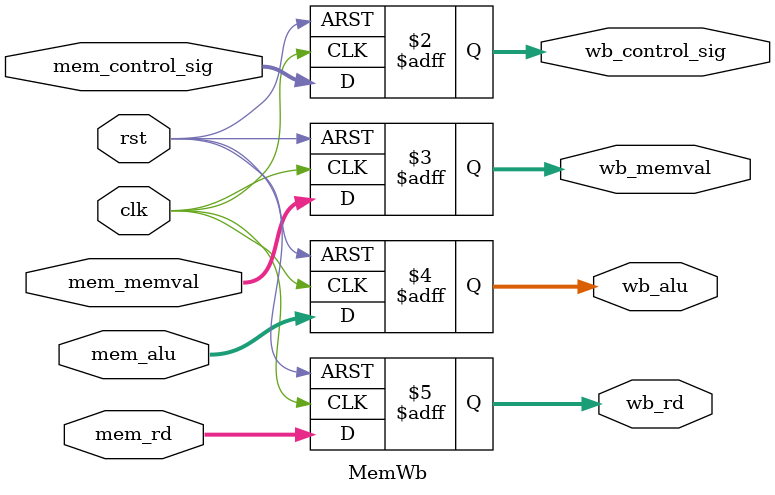
<source format=v>
module MemWb(
    input  wire        clk,
    input  wire        rst,
    input  wire [9:0]  mem_control_sig,
    input  wire [31:0] mem_memval,
    input  wire [31:0] mem_alu,
    input  wire [4:0]  mem_rd,

    output reg  [9:0]  wb_control_sig,
    output reg  [31:0] wb_memval,
    output reg  [31:0] wb_alu,
    output reg  [4:0]  wb_rd
);

    always @(posedge clk or posedge rst) 
	begin
        if (rst) 
		begin
            	wb_control_sig <= 10'b0;
            	wb_memval      <= 32'b0;
            	wb_alu         <= 32'b0;
            	wb_rd          <= 5'b0;
        	end
        else 
		begin
            	wb_control_sig <= mem_control_sig;
            	wb_memval      <= mem_memval;
            	wb_alu         <= mem_alu;
            	wb_rd          <= mem_rd;
        	end
    	end

endmodule

</source>
